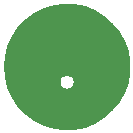
<source format=gbr>
G04 #@! TF.GenerationSoftware,KiCad,Pcbnew,5.1.5+dfsg1-2build2*
G04 #@! TF.CreationDate,2021-04-27T21:08:24+02:00*
G04 #@! TF.ProjectId,ICS-43434-PCB,4943532d-3433-4343-9334-2d5043422e6b,rev?*
G04 #@! TF.SameCoordinates,Original*
G04 #@! TF.FileFunction,Copper,L2,Bot*
G04 #@! TF.FilePolarity,Positive*
%FSLAX46Y46*%
G04 Gerber Fmt 4.6, Leading zero omitted, Abs format (unit mm)*
G04 Created by KiCad (PCBNEW 5.1.5+dfsg1-2build2) date 2021-04-27 21:08:24*
%MOMM*%
%LPD*%
G04 APERTURE LIST*
%ADD10C,0.800000*%
%ADD11C,0.250000*%
%ADD12C,0.254000*%
G04 APERTURE END LIST*
D10*
X100000000Y-104927400D03*
X100000000Y-98780600D03*
X95123000Y-100304600D03*
X104876600Y-100304600D03*
D11*
X100000000Y-98780600D02*
X95529400Y-98780600D01*
X95529400Y-99898200D02*
X95123000Y-100304600D01*
X95529400Y-98780600D02*
X95529400Y-99898200D01*
X103352600Y-98780600D02*
X104876600Y-100304600D01*
X100000000Y-98780600D02*
X103352600Y-98780600D01*
X100253800Y-104927400D02*
X100000000Y-104927400D01*
X104876600Y-100304600D02*
X100253800Y-104927400D01*
D12*
G36*
X100666081Y-94798474D02*
G01*
X101535563Y-94985862D01*
X102360868Y-95317497D01*
X103118256Y-95783839D01*
X103785938Y-96371473D01*
X104344705Y-97063492D01*
X104778482Y-97839990D01*
X105074792Y-98678627D01*
X105225108Y-99555278D01*
X105225108Y-100444722D01*
X105074792Y-101321373D01*
X104778482Y-102160010D01*
X104344705Y-102936508D01*
X103785938Y-103628527D01*
X103118256Y-104216161D01*
X102360868Y-104682503D01*
X101535563Y-105014138D01*
X100666081Y-105201526D01*
X99777438Y-105239275D01*
X98895198Y-105126300D01*
X98044741Y-104865850D01*
X97250533Y-104465419D01*
X96535422Y-103936526D01*
X95919981Y-103294386D01*
X95421914Y-102557472D01*
X95055551Y-101746985D01*
X94918316Y-101219927D01*
X99319000Y-101219927D01*
X99319000Y-101354073D01*
X99345171Y-101485640D01*
X99396506Y-101609574D01*
X99471033Y-101721112D01*
X99565888Y-101815967D01*
X99677426Y-101890494D01*
X99801360Y-101941829D01*
X99932927Y-101968000D01*
X100067073Y-101968000D01*
X100198640Y-101941829D01*
X100322574Y-101890494D01*
X100434112Y-101815967D01*
X100528967Y-101721112D01*
X100603494Y-101609574D01*
X100654829Y-101485640D01*
X100681000Y-101354073D01*
X100681000Y-101219927D01*
X100654829Y-101088360D01*
X100603494Y-100964426D01*
X100528967Y-100852888D01*
X100434112Y-100758033D01*
X100322574Y-100683506D01*
X100198640Y-100632171D01*
X100067073Y-100606000D01*
X99932927Y-100606000D01*
X99801360Y-100632171D01*
X99677426Y-100683506D01*
X99565888Y-100758033D01*
X99471033Y-100852888D01*
X99396506Y-100964426D01*
X99345171Y-101088360D01*
X99319000Y-101219927D01*
X94918316Y-101219927D01*
X94831430Y-100886240D01*
X94756000Y-100000000D01*
X94831430Y-99113760D01*
X95055551Y-98253015D01*
X95421914Y-97442528D01*
X95919981Y-96705614D01*
X96535422Y-96063474D01*
X97250533Y-95534581D01*
X98044741Y-95134150D01*
X98895198Y-94873700D01*
X99777438Y-94760725D01*
X100666081Y-94798474D01*
G37*
X100666081Y-94798474D02*
X101535563Y-94985862D01*
X102360868Y-95317497D01*
X103118256Y-95783839D01*
X103785938Y-96371473D01*
X104344705Y-97063492D01*
X104778482Y-97839990D01*
X105074792Y-98678627D01*
X105225108Y-99555278D01*
X105225108Y-100444722D01*
X105074792Y-101321373D01*
X104778482Y-102160010D01*
X104344705Y-102936508D01*
X103785938Y-103628527D01*
X103118256Y-104216161D01*
X102360868Y-104682503D01*
X101535563Y-105014138D01*
X100666081Y-105201526D01*
X99777438Y-105239275D01*
X98895198Y-105126300D01*
X98044741Y-104865850D01*
X97250533Y-104465419D01*
X96535422Y-103936526D01*
X95919981Y-103294386D01*
X95421914Y-102557472D01*
X95055551Y-101746985D01*
X94918316Y-101219927D01*
X99319000Y-101219927D01*
X99319000Y-101354073D01*
X99345171Y-101485640D01*
X99396506Y-101609574D01*
X99471033Y-101721112D01*
X99565888Y-101815967D01*
X99677426Y-101890494D01*
X99801360Y-101941829D01*
X99932927Y-101968000D01*
X100067073Y-101968000D01*
X100198640Y-101941829D01*
X100322574Y-101890494D01*
X100434112Y-101815967D01*
X100528967Y-101721112D01*
X100603494Y-101609574D01*
X100654829Y-101485640D01*
X100681000Y-101354073D01*
X100681000Y-101219927D01*
X100654829Y-101088360D01*
X100603494Y-100964426D01*
X100528967Y-100852888D01*
X100434112Y-100758033D01*
X100322574Y-100683506D01*
X100198640Y-100632171D01*
X100067073Y-100606000D01*
X99932927Y-100606000D01*
X99801360Y-100632171D01*
X99677426Y-100683506D01*
X99565888Y-100758033D01*
X99471033Y-100852888D01*
X99396506Y-100964426D01*
X99345171Y-101088360D01*
X99319000Y-101219927D01*
X94918316Y-101219927D01*
X94831430Y-100886240D01*
X94756000Y-100000000D01*
X94831430Y-99113760D01*
X95055551Y-98253015D01*
X95421914Y-97442528D01*
X95919981Y-96705614D01*
X96535422Y-96063474D01*
X97250533Y-95534581D01*
X98044741Y-95134150D01*
X98895198Y-94873700D01*
X99777438Y-94760725D01*
X100666081Y-94798474D01*
M02*

</source>
